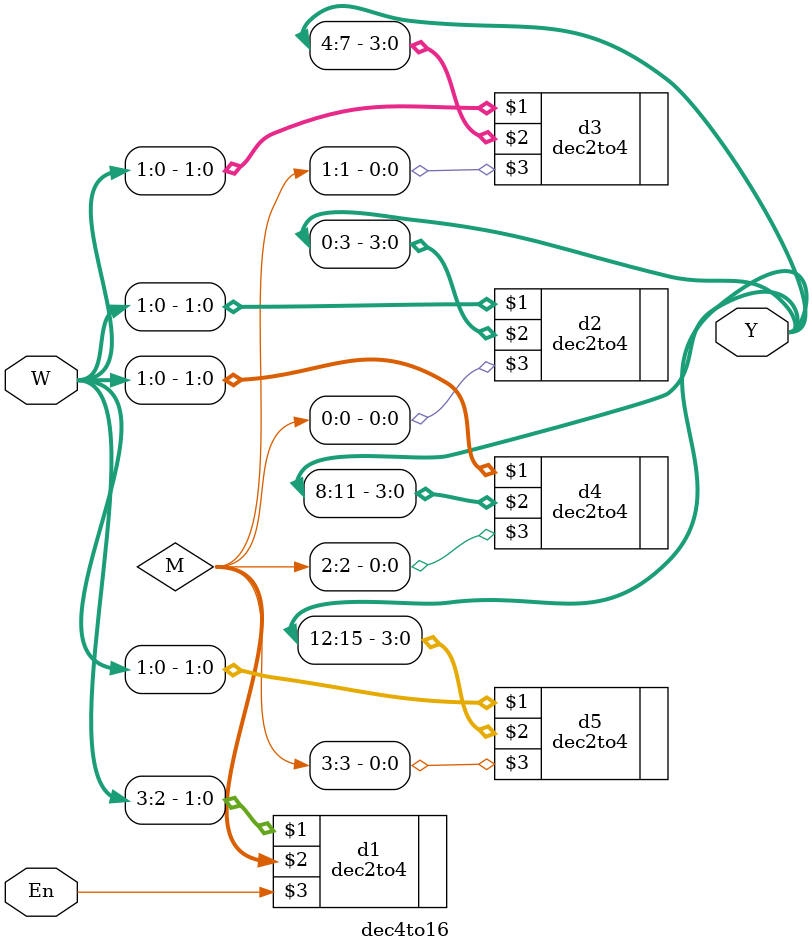
<source format=v>
`include "dec2to4.v"
module dec4to16(W,Y,En);
input [3:0]W;
input En;
output [0:15]Y;
wire [0:3]M;
dec2to4 d1(W[3:2],M,En);
dec2to4 d2(W[1:0],Y[0:3],M[0]);
dec2to4 d3(W[1:0],Y[4:7],M[1]);
dec2to4 d4(W[1:0],Y[8:11],M[2]);
dec2to4 d5(W[1:0],Y[12:15],M[3]);
endmodule

</source>
